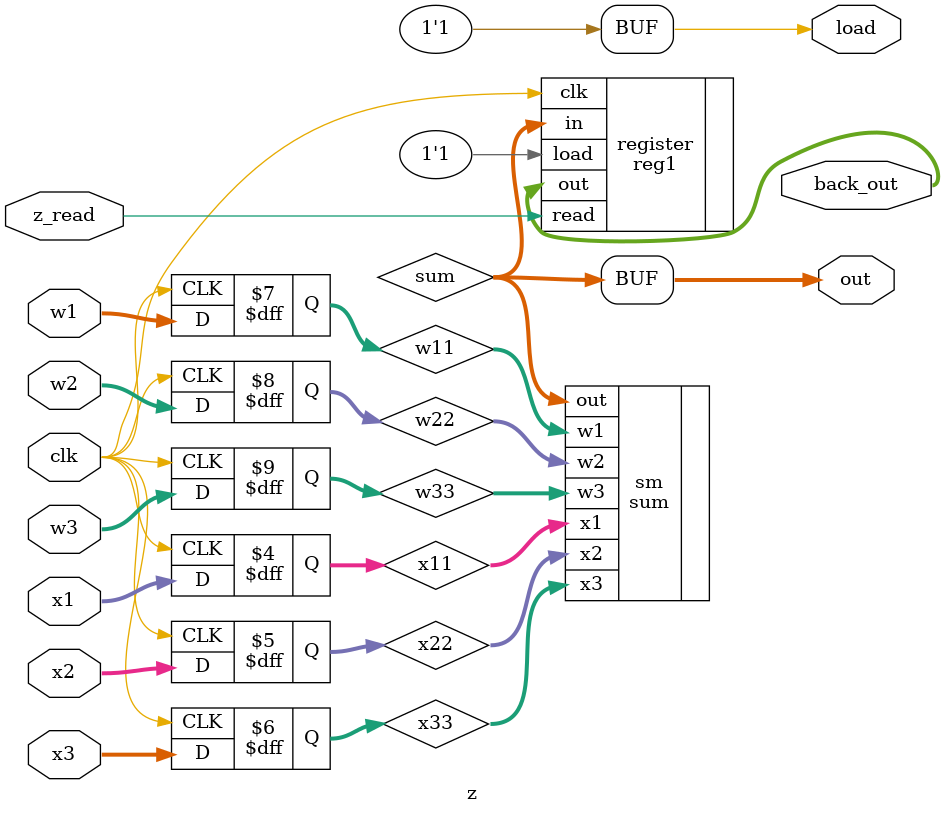
<source format=v>
module z(
    input [31:0] x1, x2, x3,
    input [31:0] w1, w2, w3,
    input clk,
    input z_read,
    output[31:0] out,
    output load,
    output [31:0] back_out
);

wire [31:0] sum;
reg [31:0] x11, x22, x33, w11, w22, w33;


assign load = sum[0] | ~sum[0];
assign out = sum;
reg1 register(.clk(clk), .load(load), .in(sum), .out(back_out), .read(z_read));
sum sm(.x1(x11), .x2(x22), .x3(x33), .w1(w11), .w2(w22), .w3(w33), .out(sum));

always @(posedge clk) begin
    x11 <= x1;
    x22 <= x2;
    x33 <= x3;
    w11 <= w1;
    w22 <= w2;
    w33 <= w3;
end

endmodule
</source>
